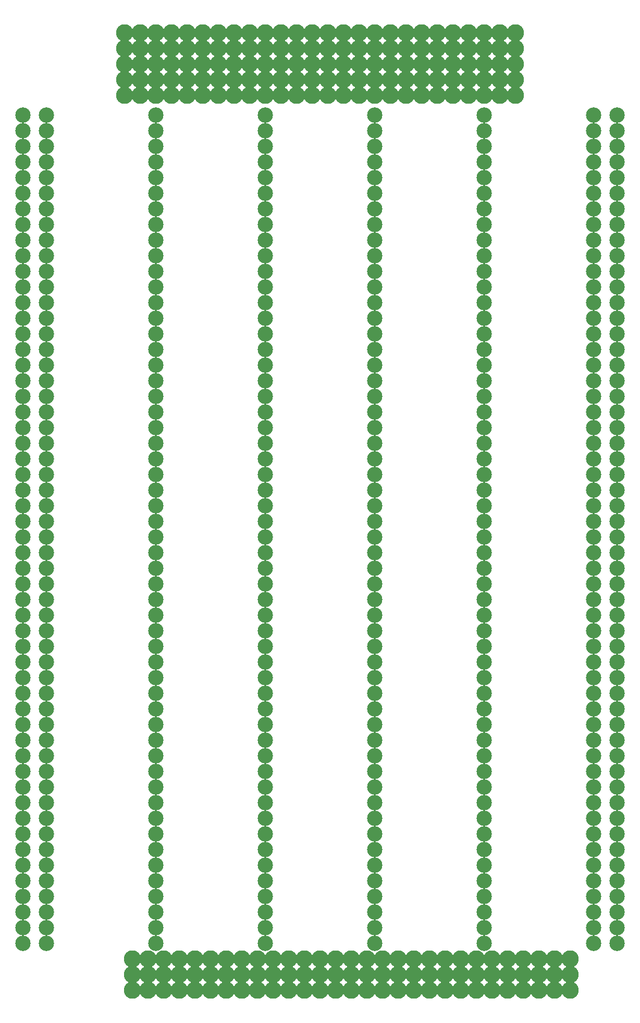
<source format=gts>
%FSLAX34Y34*%
%MOMM*%
%LNSOLDERMASK_TOP*%
G71*
G01*
%ADD10C, 2.800*%
%ADD11C, 2.500*%
%LPD*%
X184944Y-75803D02*
G54D10*
D03*
X210344Y-75803D02*
G54D10*
D03*
X235744Y-75803D02*
G54D10*
D03*
X261144Y-75803D02*
G54D10*
D03*
X286544Y-75803D02*
G54D10*
D03*
X311944Y-75803D02*
G54D10*
D03*
X337344Y-75803D02*
G54D10*
D03*
X362744Y-75803D02*
G54D10*
D03*
X388144Y-75803D02*
G54D10*
D03*
X413544Y-75803D02*
G54D10*
D03*
X438944Y-75803D02*
G54D10*
D03*
X464344Y-75803D02*
G54D10*
D03*
X489744Y-75803D02*
G54D10*
D03*
X515144Y-75803D02*
G54D10*
D03*
X540544Y-75803D02*
G54D10*
D03*
X565944Y-75803D02*
G54D10*
D03*
X591344Y-75803D02*
G54D10*
D03*
X616744Y-75803D02*
G54D10*
D03*
X642144Y-75803D02*
G54D10*
D03*
X667544Y-75803D02*
G54D10*
D03*
X692944Y-75803D02*
G54D10*
D03*
X718344Y-75803D02*
G54D10*
D03*
X743744Y-75803D02*
G54D10*
D03*
X769144Y-75803D02*
G54D10*
D03*
X794544Y-75803D02*
G54D10*
D03*
X819944Y-75803D02*
G54D10*
D03*
X57944Y-158353D02*
G54D11*
D03*
X57944Y-183753D02*
G54D11*
D03*
X57944Y-209153D02*
G54D11*
D03*
X57944Y-234553D02*
G54D11*
D03*
X57944Y-259953D02*
G54D11*
D03*
X57944Y-285353D02*
G54D11*
D03*
X57944Y-310753D02*
G54D11*
D03*
X57944Y-336153D02*
G54D11*
D03*
X57944Y-361553D02*
G54D11*
D03*
X57944Y-386953D02*
G54D11*
D03*
X57944Y-412353D02*
G54D11*
D03*
X57944Y-437753D02*
G54D11*
D03*
X57944Y-463153D02*
G54D11*
D03*
X57944Y-488553D02*
G54D11*
D03*
X57944Y-513953D02*
G54D11*
D03*
X57944Y-539353D02*
G54D11*
D03*
X57944Y-564753D02*
G54D11*
D03*
X57944Y-590153D02*
G54D11*
D03*
X57944Y-640953D02*
G54D11*
D03*
X57944Y-615553D02*
G54D11*
D03*
X57944Y-666353D02*
G54D11*
D03*
X57944Y-691753D02*
G54D11*
D03*
X57944Y-717153D02*
G54D11*
D03*
X57944Y-742553D02*
G54D11*
D03*
X57944Y-767953D02*
G54D11*
D03*
X57944Y-793353D02*
G54D11*
D03*
X57944Y-818753D02*
G54D11*
D03*
X57944Y-844153D02*
G54D11*
D03*
X57944Y-869553D02*
G54D11*
D03*
X57944Y-894953D02*
G54D11*
D03*
X57944Y-920353D02*
G54D11*
D03*
X57944Y-945753D02*
G54D11*
D03*
X57944Y-971153D02*
G54D11*
D03*
X57944Y-996553D02*
G54D11*
D03*
X57944Y-1021953D02*
G54D11*
D03*
X57944Y-1047353D02*
G54D11*
D03*
X57944Y-1072753D02*
G54D11*
D03*
X57944Y-1098153D02*
G54D11*
D03*
X57944Y-1123553D02*
G54D11*
D03*
X57944Y-1148953D02*
G54D11*
D03*
X57944Y-1174353D02*
G54D11*
D03*
X57944Y-1225153D02*
G54D11*
D03*
X57944Y-1199753D02*
G54D11*
D03*
X57944Y-1250553D02*
G54D11*
D03*
X57944Y-1275953D02*
G54D11*
D03*
X57944Y-1301353D02*
G54D11*
D03*
X57944Y-1326753D02*
G54D11*
D03*
X57944Y-1352153D02*
G54D11*
D03*
X57944Y-1377553D02*
G54D11*
D03*
X57944Y-1402953D02*
G54D11*
D03*
X57944Y-1428353D02*
G54D11*
D03*
X57944Y-1453753D02*
G54D11*
D03*
X57944Y-1479153D02*
G54D11*
D03*
X57944Y-1504553D02*
G54D11*
D03*
X235744Y-158353D02*
G54D11*
D03*
X235744Y-183753D02*
G54D11*
D03*
X235744Y-209153D02*
G54D11*
D03*
X235744Y-234553D02*
G54D11*
D03*
X235744Y-259953D02*
G54D11*
D03*
X235744Y-285353D02*
G54D11*
D03*
X235744Y-310753D02*
G54D11*
D03*
X235744Y-336153D02*
G54D11*
D03*
X235744Y-361553D02*
G54D11*
D03*
X235744Y-386953D02*
G54D11*
D03*
X235744Y-412353D02*
G54D11*
D03*
X235744Y-437753D02*
G54D11*
D03*
X235744Y-463153D02*
G54D11*
D03*
X235744Y-488553D02*
G54D11*
D03*
X235744Y-513953D02*
G54D11*
D03*
X235744Y-539353D02*
G54D11*
D03*
X235744Y-564753D02*
G54D11*
D03*
X235744Y-590153D02*
G54D11*
D03*
X235744Y-640953D02*
G54D11*
D03*
X235744Y-615553D02*
G54D11*
D03*
X235744Y-666353D02*
G54D11*
D03*
X235744Y-691753D02*
G54D11*
D03*
X235744Y-717153D02*
G54D11*
D03*
X235744Y-742553D02*
G54D11*
D03*
X235744Y-767953D02*
G54D11*
D03*
X235744Y-793353D02*
G54D11*
D03*
X235744Y-818753D02*
G54D11*
D03*
X235744Y-844153D02*
G54D11*
D03*
X235744Y-869553D02*
G54D11*
D03*
X235744Y-894953D02*
G54D11*
D03*
X235744Y-920353D02*
G54D11*
D03*
X235744Y-945753D02*
G54D11*
D03*
X235744Y-971153D02*
G54D11*
D03*
X235744Y-996553D02*
G54D11*
D03*
X235744Y-1021953D02*
G54D11*
D03*
X235744Y-1047353D02*
G54D11*
D03*
X235744Y-1072753D02*
G54D11*
D03*
X235744Y-1098153D02*
G54D11*
D03*
X235744Y-1123553D02*
G54D11*
D03*
X235744Y-1148953D02*
G54D11*
D03*
X235744Y-1174353D02*
G54D11*
D03*
X235744Y-1225153D02*
G54D11*
D03*
X235744Y-1199753D02*
G54D11*
D03*
X235744Y-1250553D02*
G54D11*
D03*
X235744Y-1275953D02*
G54D11*
D03*
X235744Y-1301353D02*
G54D11*
D03*
X235744Y-1326753D02*
G54D11*
D03*
X235744Y-1352153D02*
G54D11*
D03*
X235744Y-1377553D02*
G54D11*
D03*
X235744Y-1402953D02*
G54D11*
D03*
X235744Y-1428353D02*
G54D11*
D03*
X235744Y-1453753D02*
G54D11*
D03*
X235744Y-1479153D02*
G54D11*
D03*
X235744Y-1504553D02*
G54D11*
D03*
X413544Y-158353D02*
G54D11*
D03*
X413544Y-183753D02*
G54D11*
D03*
X413544Y-209153D02*
G54D11*
D03*
X413544Y-234553D02*
G54D11*
D03*
X413544Y-259953D02*
G54D11*
D03*
X413544Y-285353D02*
G54D11*
D03*
X413544Y-310753D02*
G54D11*
D03*
X413544Y-336153D02*
G54D11*
D03*
X413544Y-361553D02*
G54D11*
D03*
X413544Y-386953D02*
G54D11*
D03*
X413544Y-412353D02*
G54D11*
D03*
X413544Y-437753D02*
G54D11*
D03*
X413544Y-463153D02*
G54D11*
D03*
X413544Y-488553D02*
G54D11*
D03*
X413544Y-513953D02*
G54D11*
D03*
X413544Y-539353D02*
G54D11*
D03*
X413544Y-564753D02*
G54D11*
D03*
X413544Y-590153D02*
G54D11*
D03*
X413544Y-640953D02*
G54D11*
D03*
X413544Y-615553D02*
G54D11*
D03*
X413544Y-666353D02*
G54D11*
D03*
X413544Y-691753D02*
G54D11*
D03*
X413544Y-717153D02*
G54D11*
D03*
X413544Y-742553D02*
G54D11*
D03*
X413544Y-767953D02*
G54D11*
D03*
X413544Y-793353D02*
G54D11*
D03*
X413544Y-818753D02*
G54D11*
D03*
X413544Y-844153D02*
G54D11*
D03*
X413544Y-869553D02*
G54D11*
D03*
X413544Y-894953D02*
G54D11*
D03*
X413544Y-920353D02*
G54D11*
D03*
X413544Y-945753D02*
G54D11*
D03*
X413544Y-971153D02*
G54D11*
D03*
X413544Y-996553D02*
G54D11*
D03*
X413544Y-1021953D02*
G54D11*
D03*
X413544Y-1047353D02*
G54D11*
D03*
X413544Y-1072753D02*
G54D11*
D03*
X413544Y-1098153D02*
G54D11*
D03*
X413544Y-1123553D02*
G54D11*
D03*
X413544Y-1148953D02*
G54D11*
D03*
X413544Y-1174353D02*
G54D11*
D03*
X413544Y-1225153D02*
G54D11*
D03*
X413544Y-1199753D02*
G54D11*
D03*
X413544Y-1250553D02*
G54D11*
D03*
X413544Y-1275953D02*
G54D11*
D03*
X413544Y-1301353D02*
G54D11*
D03*
X413544Y-1326753D02*
G54D11*
D03*
X413544Y-1352153D02*
G54D11*
D03*
X413544Y-1377553D02*
G54D11*
D03*
X413544Y-1402953D02*
G54D11*
D03*
X413544Y-1428353D02*
G54D11*
D03*
X413544Y-1453753D02*
G54D11*
D03*
X413544Y-1479153D02*
G54D11*
D03*
X413544Y-1504553D02*
G54D11*
D03*
X591344Y-158353D02*
G54D11*
D03*
X591344Y-183753D02*
G54D11*
D03*
X591344Y-209153D02*
G54D11*
D03*
X591344Y-234553D02*
G54D11*
D03*
X591344Y-259953D02*
G54D11*
D03*
X591344Y-285353D02*
G54D11*
D03*
X591344Y-310753D02*
G54D11*
D03*
X591344Y-336153D02*
G54D11*
D03*
X591344Y-361553D02*
G54D11*
D03*
X591344Y-386953D02*
G54D11*
D03*
X591344Y-412353D02*
G54D11*
D03*
X591344Y-437753D02*
G54D11*
D03*
X591344Y-463153D02*
G54D11*
D03*
X591344Y-488553D02*
G54D11*
D03*
X591344Y-513953D02*
G54D11*
D03*
X591344Y-539353D02*
G54D11*
D03*
X591344Y-564753D02*
G54D11*
D03*
X591344Y-590153D02*
G54D11*
D03*
X591344Y-640953D02*
G54D11*
D03*
X591344Y-615553D02*
G54D11*
D03*
X591344Y-666353D02*
G54D11*
D03*
X591344Y-691753D02*
G54D11*
D03*
X591344Y-717153D02*
G54D11*
D03*
X591344Y-742553D02*
G54D11*
D03*
X591344Y-767953D02*
G54D11*
D03*
X591344Y-793353D02*
G54D11*
D03*
X591344Y-818753D02*
G54D11*
D03*
X591344Y-844153D02*
G54D11*
D03*
X591344Y-869553D02*
G54D11*
D03*
X591344Y-894953D02*
G54D11*
D03*
X591344Y-920353D02*
G54D11*
D03*
X591344Y-945753D02*
G54D11*
D03*
X591344Y-971153D02*
G54D11*
D03*
X591344Y-996553D02*
G54D11*
D03*
X591344Y-1021953D02*
G54D11*
D03*
X591344Y-1047353D02*
G54D11*
D03*
X591344Y-1072753D02*
G54D11*
D03*
X591344Y-1098153D02*
G54D11*
D03*
X591344Y-1123553D02*
G54D11*
D03*
X591344Y-1148953D02*
G54D11*
D03*
X591344Y-1174353D02*
G54D11*
D03*
X591344Y-1225153D02*
G54D11*
D03*
X591344Y-1199753D02*
G54D11*
D03*
X591344Y-1250553D02*
G54D11*
D03*
X591344Y-1275953D02*
G54D11*
D03*
X591344Y-1301353D02*
G54D11*
D03*
X591344Y-1326753D02*
G54D11*
D03*
X591344Y-1352153D02*
G54D11*
D03*
X591344Y-1377553D02*
G54D11*
D03*
X591344Y-1402953D02*
G54D11*
D03*
X591344Y-1428353D02*
G54D11*
D03*
X591344Y-1453753D02*
G54D11*
D03*
X591344Y-1479153D02*
G54D11*
D03*
X591344Y-1504553D02*
G54D11*
D03*
X769144Y-158353D02*
G54D11*
D03*
X769144Y-183753D02*
G54D11*
D03*
X769144Y-209153D02*
G54D11*
D03*
X769144Y-234553D02*
G54D11*
D03*
X769144Y-259953D02*
G54D11*
D03*
X769144Y-285353D02*
G54D11*
D03*
X769144Y-310753D02*
G54D11*
D03*
X769144Y-336153D02*
G54D11*
D03*
X769144Y-361553D02*
G54D11*
D03*
X769144Y-386953D02*
G54D11*
D03*
X769144Y-412353D02*
G54D11*
D03*
X769144Y-437753D02*
G54D11*
D03*
X769144Y-463153D02*
G54D11*
D03*
X769144Y-488553D02*
G54D11*
D03*
X769144Y-513953D02*
G54D11*
D03*
X769144Y-539353D02*
G54D11*
D03*
X769144Y-564753D02*
G54D11*
D03*
X769144Y-590153D02*
G54D11*
D03*
X769144Y-640953D02*
G54D11*
D03*
X769144Y-615553D02*
G54D11*
D03*
X769144Y-666353D02*
G54D11*
D03*
X769144Y-691753D02*
G54D11*
D03*
X769144Y-717153D02*
G54D11*
D03*
X769144Y-742553D02*
G54D11*
D03*
X769144Y-767953D02*
G54D11*
D03*
X769144Y-793353D02*
G54D11*
D03*
X769144Y-818753D02*
G54D11*
D03*
X769144Y-844153D02*
G54D11*
D03*
X769144Y-869553D02*
G54D11*
D03*
X769144Y-894953D02*
G54D11*
D03*
X769144Y-920353D02*
G54D11*
D03*
X769144Y-945753D02*
G54D11*
D03*
X769144Y-971153D02*
G54D11*
D03*
X769144Y-996553D02*
G54D11*
D03*
X769144Y-1021953D02*
G54D11*
D03*
X769144Y-1047353D02*
G54D11*
D03*
X769144Y-1072753D02*
G54D11*
D03*
X769144Y-1098153D02*
G54D11*
D03*
X769144Y-1123553D02*
G54D11*
D03*
X769144Y-1148953D02*
G54D11*
D03*
X769144Y-1174353D02*
G54D11*
D03*
X769144Y-1225153D02*
G54D11*
D03*
X769144Y-1199753D02*
G54D11*
D03*
X769144Y-1250553D02*
G54D11*
D03*
X769144Y-1275953D02*
G54D11*
D03*
X769144Y-1301353D02*
G54D11*
D03*
X769144Y-1326753D02*
G54D11*
D03*
X769144Y-1352153D02*
G54D11*
D03*
X769144Y-1377553D02*
G54D11*
D03*
X769144Y-1402953D02*
G54D11*
D03*
X769144Y-1428353D02*
G54D11*
D03*
X769144Y-1453753D02*
G54D11*
D03*
X769144Y-1479153D02*
G54D11*
D03*
X769144Y-1504553D02*
G54D11*
D03*
X946944Y-158353D02*
G54D11*
D03*
X946944Y-183753D02*
G54D11*
D03*
X946944Y-209153D02*
G54D11*
D03*
X946944Y-234553D02*
G54D11*
D03*
X946944Y-259953D02*
G54D11*
D03*
X946944Y-285353D02*
G54D11*
D03*
X946944Y-310753D02*
G54D11*
D03*
X946944Y-336153D02*
G54D11*
D03*
X946944Y-361553D02*
G54D11*
D03*
X946944Y-386953D02*
G54D11*
D03*
X946944Y-412353D02*
G54D11*
D03*
X946944Y-437753D02*
G54D11*
D03*
X946944Y-463153D02*
G54D11*
D03*
X946944Y-488553D02*
G54D11*
D03*
X946944Y-513953D02*
G54D11*
D03*
X946944Y-539353D02*
G54D11*
D03*
X946944Y-564753D02*
G54D11*
D03*
X946944Y-590153D02*
G54D11*
D03*
X946944Y-640953D02*
G54D11*
D03*
X946944Y-615553D02*
G54D11*
D03*
X946944Y-666353D02*
G54D11*
D03*
X946944Y-691753D02*
G54D11*
D03*
X946944Y-717153D02*
G54D11*
D03*
X946944Y-742553D02*
G54D11*
D03*
X946944Y-767953D02*
G54D11*
D03*
X946944Y-793353D02*
G54D11*
D03*
X946944Y-818753D02*
G54D11*
D03*
X946944Y-844153D02*
G54D11*
D03*
X946944Y-869553D02*
G54D11*
D03*
X946944Y-894953D02*
G54D11*
D03*
X946944Y-920353D02*
G54D11*
D03*
X946944Y-945753D02*
G54D11*
D03*
X946944Y-971153D02*
G54D11*
D03*
X946944Y-996553D02*
G54D11*
D03*
X946944Y-1021953D02*
G54D11*
D03*
X946944Y-1047353D02*
G54D11*
D03*
X946944Y-1072753D02*
G54D11*
D03*
X946944Y-1098153D02*
G54D11*
D03*
X946944Y-1123553D02*
G54D11*
D03*
X946944Y-1148953D02*
G54D11*
D03*
X946944Y-1174353D02*
G54D11*
D03*
X946944Y-1225153D02*
G54D11*
D03*
X946944Y-1199753D02*
G54D11*
D03*
X946944Y-1250553D02*
G54D11*
D03*
X946944Y-1275953D02*
G54D11*
D03*
X946944Y-1301353D02*
G54D11*
D03*
X946944Y-1326753D02*
G54D11*
D03*
X946944Y-1352153D02*
G54D11*
D03*
X946944Y-1377553D02*
G54D11*
D03*
X946944Y-1402953D02*
G54D11*
D03*
X946944Y-1428353D02*
G54D11*
D03*
X946944Y-1453753D02*
G54D11*
D03*
X946944Y-1479153D02*
G54D11*
D03*
X946944Y-1504553D02*
G54D11*
D03*
X184944Y-101203D02*
G54D10*
D03*
X210344Y-101203D02*
G54D10*
D03*
X235744Y-101203D02*
G54D10*
D03*
X261144Y-101203D02*
G54D10*
D03*
X286544Y-101203D02*
G54D10*
D03*
X311944Y-101203D02*
G54D10*
D03*
X337344Y-101203D02*
G54D10*
D03*
X362744Y-101203D02*
G54D10*
D03*
X388144Y-101203D02*
G54D10*
D03*
X413544Y-101203D02*
G54D10*
D03*
X438944Y-101203D02*
G54D10*
D03*
X464344Y-101203D02*
G54D10*
D03*
X489744Y-101203D02*
G54D10*
D03*
X515144Y-101203D02*
G54D10*
D03*
X540544Y-101203D02*
G54D10*
D03*
X565944Y-101203D02*
G54D10*
D03*
X591344Y-101203D02*
G54D10*
D03*
X616744Y-101203D02*
G54D10*
D03*
X642144Y-101203D02*
G54D10*
D03*
X667544Y-101203D02*
G54D10*
D03*
X692944Y-101203D02*
G54D10*
D03*
X718344Y-101203D02*
G54D10*
D03*
X743744Y-101203D02*
G54D10*
D03*
X769144Y-101203D02*
G54D10*
D03*
X794544Y-101203D02*
G54D10*
D03*
X819944Y-101203D02*
G54D10*
D03*
X184944Y-126603D02*
G54D10*
D03*
X210344Y-126603D02*
G54D10*
D03*
X235744Y-126603D02*
G54D10*
D03*
X261144Y-126603D02*
G54D10*
D03*
X286544Y-126603D02*
G54D10*
D03*
X311944Y-126603D02*
G54D10*
D03*
X337344Y-126603D02*
G54D10*
D03*
X362744Y-126603D02*
G54D10*
D03*
X388144Y-126603D02*
G54D10*
D03*
X413544Y-126603D02*
G54D10*
D03*
X438944Y-126603D02*
G54D10*
D03*
X464344Y-126603D02*
G54D10*
D03*
X489744Y-126603D02*
G54D10*
D03*
X515144Y-126603D02*
G54D10*
D03*
X540544Y-126603D02*
G54D10*
D03*
X565944Y-126603D02*
G54D10*
D03*
X591344Y-126603D02*
G54D10*
D03*
X616744Y-126603D02*
G54D10*
D03*
X642144Y-126603D02*
G54D10*
D03*
X667544Y-126603D02*
G54D10*
D03*
X692944Y-126603D02*
G54D10*
D03*
X718344Y-126603D02*
G54D10*
D03*
X743744Y-126603D02*
G54D10*
D03*
X769144Y-126603D02*
G54D10*
D03*
X794544Y-126603D02*
G54D10*
D03*
X819944Y-126603D02*
G54D10*
D03*
X19844Y-158353D02*
G54D11*
D03*
X19844Y-183753D02*
G54D11*
D03*
X19844Y-209153D02*
G54D11*
D03*
X19844Y-234553D02*
G54D11*
D03*
X19844Y-259953D02*
G54D11*
D03*
X19844Y-285353D02*
G54D11*
D03*
X19844Y-310753D02*
G54D11*
D03*
X19844Y-336153D02*
G54D11*
D03*
X19844Y-361553D02*
G54D11*
D03*
X19844Y-386953D02*
G54D11*
D03*
X19844Y-412353D02*
G54D11*
D03*
X19844Y-437753D02*
G54D11*
D03*
X19844Y-463153D02*
G54D11*
D03*
X19844Y-488553D02*
G54D11*
D03*
X19844Y-513953D02*
G54D11*
D03*
X19844Y-539353D02*
G54D11*
D03*
X19844Y-564753D02*
G54D11*
D03*
X19844Y-590153D02*
G54D11*
D03*
X19844Y-640953D02*
G54D11*
D03*
X19844Y-615553D02*
G54D11*
D03*
X19844Y-666353D02*
G54D11*
D03*
X19844Y-691753D02*
G54D11*
D03*
X19844Y-717153D02*
G54D11*
D03*
X19844Y-742553D02*
G54D11*
D03*
X19844Y-767953D02*
G54D11*
D03*
X19844Y-793353D02*
G54D11*
D03*
X19844Y-818753D02*
G54D11*
D03*
X19844Y-844153D02*
G54D11*
D03*
X19844Y-869553D02*
G54D11*
D03*
X19844Y-894953D02*
G54D11*
D03*
X19844Y-920353D02*
G54D11*
D03*
X19844Y-945753D02*
G54D11*
D03*
X19844Y-971153D02*
G54D11*
D03*
X19844Y-996553D02*
G54D11*
D03*
X19844Y-1021953D02*
G54D11*
D03*
X19844Y-1047353D02*
G54D11*
D03*
X19844Y-1072753D02*
G54D11*
D03*
X19844Y-1098153D02*
G54D11*
D03*
X19844Y-1123553D02*
G54D11*
D03*
X19844Y-1148953D02*
G54D11*
D03*
X19844Y-1174353D02*
G54D11*
D03*
X19844Y-1225153D02*
G54D11*
D03*
X19844Y-1199753D02*
G54D11*
D03*
X19844Y-1250553D02*
G54D11*
D03*
X19844Y-1275953D02*
G54D11*
D03*
X19844Y-1301353D02*
G54D11*
D03*
X19844Y-1326753D02*
G54D11*
D03*
X19844Y-1352153D02*
G54D11*
D03*
X19844Y-1377553D02*
G54D11*
D03*
X19844Y-1402953D02*
G54D11*
D03*
X19844Y-1428353D02*
G54D11*
D03*
X19844Y-1453753D02*
G54D11*
D03*
X19844Y-1479153D02*
G54D11*
D03*
X19844Y-1504553D02*
G54D11*
D03*
X985044Y-158353D02*
G54D11*
D03*
X985044Y-183753D02*
G54D11*
D03*
X985044Y-209153D02*
G54D11*
D03*
X985044Y-234553D02*
G54D11*
D03*
X985044Y-259953D02*
G54D11*
D03*
X985044Y-285353D02*
G54D11*
D03*
X985044Y-310753D02*
G54D11*
D03*
X985044Y-336153D02*
G54D11*
D03*
X985044Y-361553D02*
G54D11*
D03*
X985044Y-386953D02*
G54D11*
D03*
X985044Y-412353D02*
G54D11*
D03*
X985044Y-437753D02*
G54D11*
D03*
X985044Y-463153D02*
G54D11*
D03*
X985044Y-488553D02*
G54D11*
D03*
X985044Y-513953D02*
G54D11*
D03*
X985044Y-539353D02*
G54D11*
D03*
X985044Y-564753D02*
G54D11*
D03*
X985044Y-590153D02*
G54D11*
D03*
X985044Y-640953D02*
G54D11*
D03*
X985044Y-615553D02*
G54D11*
D03*
X985044Y-666353D02*
G54D11*
D03*
X985044Y-691753D02*
G54D11*
D03*
X985044Y-717153D02*
G54D11*
D03*
X985044Y-742553D02*
G54D11*
D03*
X985044Y-767953D02*
G54D11*
D03*
X985044Y-793353D02*
G54D11*
D03*
X985044Y-818753D02*
G54D11*
D03*
X985044Y-844153D02*
G54D11*
D03*
X985044Y-869553D02*
G54D11*
D03*
X985044Y-894953D02*
G54D11*
D03*
X985044Y-920353D02*
G54D11*
D03*
X985044Y-945753D02*
G54D11*
D03*
X985044Y-971153D02*
G54D11*
D03*
X985044Y-996553D02*
G54D11*
D03*
X985044Y-1021953D02*
G54D11*
D03*
X985044Y-1047353D02*
G54D11*
D03*
X985044Y-1072753D02*
G54D11*
D03*
X985044Y-1098153D02*
G54D11*
D03*
X985044Y-1123553D02*
G54D11*
D03*
X985044Y-1148953D02*
G54D11*
D03*
X985044Y-1174353D02*
G54D11*
D03*
X985044Y-1225153D02*
G54D11*
D03*
X985044Y-1199753D02*
G54D11*
D03*
X985044Y-1250553D02*
G54D11*
D03*
X985044Y-1275953D02*
G54D11*
D03*
X985044Y-1301353D02*
G54D11*
D03*
X985044Y-1326753D02*
G54D11*
D03*
X985044Y-1352153D02*
G54D11*
D03*
X985044Y-1377553D02*
G54D11*
D03*
X985044Y-1402953D02*
G54D11*
D03*
X985044Y-1428353D02*
G54D11*
D03*
X985044Y-1453753D02*
G54D11*
D03*
X985044Y-1479153D02*
G54D11*
D03*
X985044Y-1504553D02*
G54D11*
D03*
X184944Y-50403D02*
G54D10*
D03*
X210344Y-50403D02*
G54D10*
D03*
X235744Y-50403D02*
G54D10*
D03*
X261144Y-50403D02*
G54D10*
D03*
X286544Y-50403D02*
G54D10*
D03*
X311944Y-50403D02*
G54D10*
D03*
X337344Y-50403D02*
G54D10*
D03*
X362744Y-50403D02*
G54D10*
D03*
X388144Y-50403D02*
G54D10*
D03*
X413544Y-50403D02*
G54D10*
D03*
X438944Y-50403D02*
G54D10*
D03*
X464344Y-50403D02*
G54D10*
D03*
X489744Y-50403D02*
G54D10*
D03*
X515144Y-50403D02*
G54D10*
D03*
X540544Y-50403D02*
G54D10*
D03*
X565944Y-50403D02*
G54D10*
D03*
X591344Y-50403D02*
G54D10*
D03*
X616744Y-50403D02*
G54D10*
D03*
X642144Y-50403D02*
G54D10*
D03*
X667544Y-50403D02*
G54D10*
D03*
X692944Y-50403D02*
G54D10*
D03*
X718344Y-50403D02*
G54D10*
D03*
X743744Y-50403D02*
G54D10*
D03*
X769144Y-50403D02*
G54D10*
D03*
X794544Y-50403D02*
G54D10*
D03*
X819944Y-50403D02*
G54D10*
D03*
X184944Y-25003D02*
G54D10*
D03*
X210344Y-25003D02*
G54D10*
D03*
X235744Y-25003D02*
G54D10*
D03*
X261144Y-25003D02*
G54D10*
D03*
X286544Y-25003D02*
G54D10*
D03*
X311944Y-25003D02*
G54D10*
D03*
X337344Y-25003D02*
G54D10*
D03*
X362744Y-25003D02*
G54D10*
D03*
X388144Y-25003D02*
G54D10*
D03*
X413544Y-25003D02*
G54D10*
D03*
X438944Y-25003D02*
G54D10*
D03*
X464344Y-25003D02*
G54D10*
D03*
X489744Y-25003D02*
G54D10*
D03*
X515144Y-25003D02*
G54D10*
D03*
X540544Y-25003D02*
G54D10*
D03*
X565944Y-25003D02*
G54D10*
D03*
X591344Y-25003D02*
G54D10*
D03*
X616744Y-25003D02*
G54D10*
D03*
X642144Y-25003D02*
G54D10*
D03*
X667544Y-25003D02*
G54D10*
D03*
X692944Y-25003D02*
G54D10*
D03*
X718344Y-25003D02*
G54D10*
D03*
X743744Y-25003D02*
G54D10*
D03*
X769144Y-25003D02*
G54D10*
D03*
X794544Y-25003D02*
G54D10*
D03*
X819944Y-25003D02*
G54D10*
D03*
X451644Y-1580753D02*
G54D10*
D03*
X477044Y-1580753D02*
G54D10*
D03*
X502444Y-1580753D02*
G54D10*
D03*
X527844Y-1580753D02*
G54D10*
D03*
X553244Y-1580753D02*
G54D10*
D03*
X578644Y-1580753D02*
G54D10*
D03*
X604044Y-1580753D02*
G54D10*
D03*
X629444Y-1580753D02*
G54D10*
D03*
X654844Y-1580753D02*
G54D10*
D03*
X680244Y-1580753D02*
G54D10*
D03*
X705644Y-1580753D02*
G54D10*
D03*
X451644Y-1555353D02*
G54D10*
D03*
X477044Y-1555353D02*
G54D10*
D03*
X502444Y-1555353D02*
G54D10*
D03*
X527844Y-1555353D02*
G54D10*
D03*
X553244Y-1555353D02*
G54D10*
D03*
X578644Y-1555353D02*
G54D10*
D03*
X604044Y-1555353D02*
G54D10*
D03*
X629444Y-1555353D02*
G54D10*
D03*
X654844Y-1555353D02*
G54D10*
D03*
X680244Y-1555353D02*
G54D10*
D03*
X705644Y-1555353D02*
G54D10*
D03*
X451644Y-1529953D02*
G54D10*
D03*
X477044Y-1529953D02*
G54D10*
D03*
X502444Y-1529953D02*
G54D10*
D03*
X527844Y-1529953D02*
G54D10*
D03*
X553244Y-1529953D02*
G54D10*
D03*
X578644Y-1529953D02*
G54D10*
D03*
X604044Y-1529953D02*
G54D10*
D03*
X629444Y-1529953D02*
G54D10*
D03*
X654844Y-1529953D02*
G54D10*
D03*
X680244Y-1529953D02*
G54D10*
D03*
X705644Y-1529953D02*
G54D10*
D03*
X731044Y-1580753D02*
G54D10*
D03*
X756444Y-1580753D02*
G54D10*
D03*
X781844Y-1580753D02*
G54D10*
D03*
X807244Y-1580753D02*
G54D10*
D03*
X832644Y-1580753D02*
G54D10*
D03*
X858044Y-1580753D02*
G54D10*
D03*
X883444Y-1580753D02*
G54D10*
D03*
X908844Y-1580753D02*
G54D10*
D03*
X731044Y-1555353D02*
G54D10*
D03*
X756444Y-1555353D02*
G54D10*
D03*
X781844Y-1555353D02*
G54D10*
D03*
X807244Y-1555353D02*
G54D10*
D03*
X832644Y-1555353D02*
G54D10*
D03*
X858044Y-1555353D02*
G54D10*
D03*
X883444Y-1555353D02*
G54D10*
D03*
X908844Y-1555353D02*
G54D10*
D03*
X731044Y-1529953D02*
G54D10*
D03*
X756444Y-1529953D02*
G54D10*
D03*
X781844Y-1529953D02*
G54D10*
D03*
X807244Y-1529953D02*
G54D10*
D03*
X832644Y-1529953D02*
G54D10*
D03*
X858044Y-1529953D02*
G54D10*
D03*
X883444Y-1529953D02*
G54D10*
D03*
X908844Y-1529953D02*
G54D10*
D03*
X273844Y-1580753D02*
G54D10*
D03*
X299244Y-1580753D02*
G54D10*
D03*
X324644Y-1580753D02*
G54D10*
D03*
X350044Y-1580753D02*
G54D10*
D03*
X375444Y-1580753D02*
G54D10*
D03*
X400844Y-1580753D02*
G54D10*
D03*
X426244Y-1580753D02*
G54D10*
D03*
X273844Y-1555353D02*
G54D10*
D03*
X299244Y-1555353D02*
G54D10*
D03*
X324644Y-1555353D02*
G54D10*
D03*
X350044Y-1555353D02*
G54D10*
D03*
X375444Y-1555353D02*
G54D10*
D03*
X400844Y-1555353D02*
G54D10*
D03*
X426244Y-1555353D02*
G54D10*
D03*
X273844Y-1529953D02*
G54D10*
D03*
X299244Y-1529953D02*
G54D10*
D03*
X324644Y-1529953D02*
G54D10*
D03*
X350044Y-1529953D02*
G54D10*
D03*
X375444Y-1529953D02*
G54D10*
D03*
X400844Y-1529953D02*
G54D10*
D03*
X426244Y-1529953D02*
G54D10*
D03*
X197644Y-1580753D02*
G54D10*
D03*
X223044Y-1580753D02*
G54D10*
D03*
X248444Y-1580753D02*
G54D10*
D03*
X197644Y-1555353D02*
G54D10*
D03*
X223044Y-1555353D02*
G54D10*
D03*
X248444Y-1555353D02*
G54D10*
D03*
X197644Y-1529953D02*
G54D10*
D03*
X223044Y-1529953D02*
G54D10*
D03*
X248444Y-1529953D02*
G54D10*
D03*
M02*

</source>
